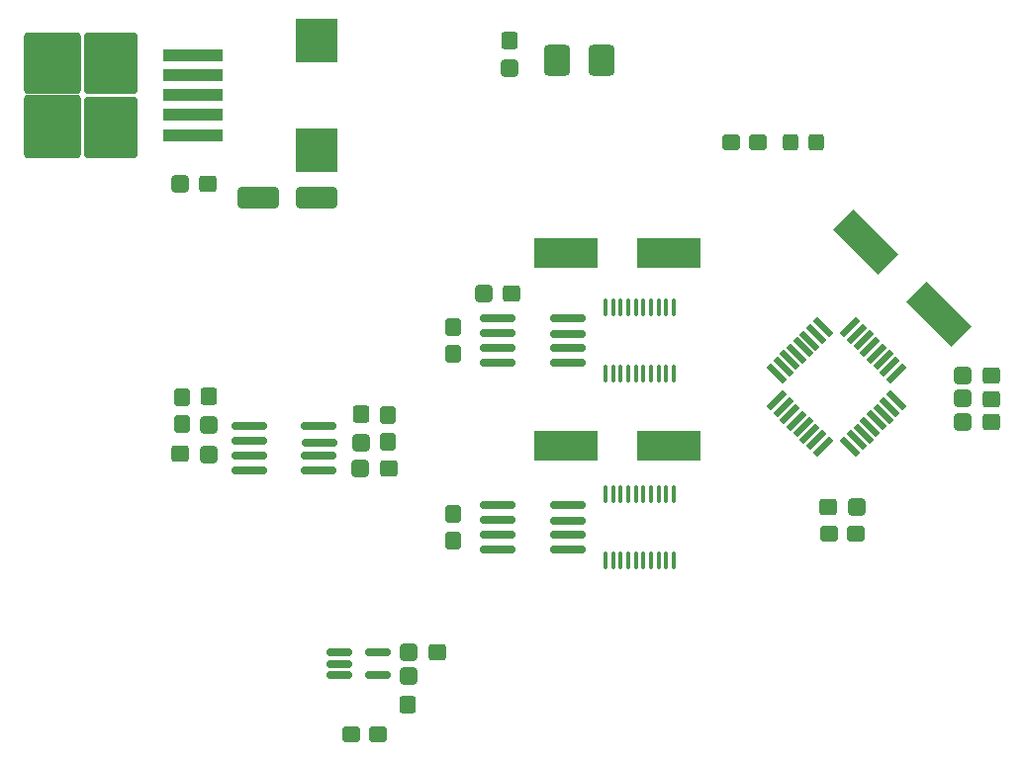
<source format=gbr>
%TF.GenerationSoftware,KiCad,Pcbnew,9.0.2*%
%TF.CreationDate,2025-09-23T15:34:19+08:00*%
%TF.ProjectId,SSRU_v3.2,53535255-5f76-4332-9e32-2e6b69636164,rev?*%
%TF.SameCoordinates,Original*%
%TF.FileFunction,Paste,Top*%
%TF.FilePolarity,Positive*%
%FSLAX46Y46*%
G04 Gerber Fmt 4.6, Leading zero omitted, Abs format (unit mm)*
G04 Created by KiCad (PCBNEW 9.0.2) date 2025-09-23 15:34:19*
%MOMM*%
%LPD*%
G01*
G04 APERTURE LIST*
G04 Aperture macros list*
%AMRoundRect*
0 Rectangle with rounded corners*
0 $1 Rounding radius*
0 $2 $3 $4 $5 $6 $7 $8 $9 X,Y pos of 4 corners*
0 Add a 4 corners polygon primitive as box body*
4,1,4,$2,$3,$4,$5,$6,$7,$8,$9,$2,$3,0*
0 Add four circle primitives for the rounded corners*
1,1,$1+$1,$2,$3*
1,1,$1+$1,$4,$5*
1,1,$1+$1,$6,$7*
1,1,$1+$1,$8,$9*
0 Add four rect primitives between the rounded corners*
20,1,$1+$1,$2,$3,$4,$5,0*
20,1,$1+$1,$4,$5,$6,$7,0*
20,1,$1+$1,$6,$7,$8,$9,0*
20,1,$1+$1,$8,$9,$2,$3,0*%
%AMRotRect*
0 Rectangle, with rotation*
0 The origin of the aperture is its center*
0 $1 length*
0 $2 width*
0 $3 Rotation angle, in degrees counterclockwise*
0 Add horizontal line*
21,1,$1,$2,0,0,$3*%
G04 Aperture macros list end*
%ADD10RoundRect,0.150000X1.350000X0.150000X-1.350000X0.150000X-1.350000X-0.150000X1.350000X-0.150000X0*%
%ADD11RoundRect,0.150000X1.337500X0.150000X-1.337500X0.150000X-1.337500X-0.150000X1.337500X-0.150000X0*%
%ADD12RoundRect,0.278125X-0.389375X0.474375X-0.389375X-0.474375X0.389375X-0.474375X0.389375X0.474375X0*%
%ADD13RoundRect,0.305575X0.460025X0.412525X-0.460025X0.412525X-0.460025X-0.412525X0.460025X-0.412525X0*%
%ADD14RoundRect,0.308511X0.457089X0.416489X-0.457089X0.416489X-0.457089X-0.416489X0.457089X-0.416489X0*%
%ADD15RoundRect,0.390352X-0.722148X-0.934648X0.722148X-0.934648X0.722148X0.934648X-0.722148X0.934648X0*%
%ADD16RoundRect,0.100000X-0.100000X0.637500X-0.100000X-0.637500X0.100000X-0.637500X0.100000X0.637500X0*%
%ADD17RoundRect,0.305575X0.412525X-0.460025X0.412525X0.460025X-0.412525X0.460025X-0.412525X-0.460025X0*%
%ADD18RoundRect,0.308511X0.416489X-0.457089X0.416489X0.457089X-0.416489X0.457089X-0.416489X-0.457089X0*%
%ADD19RoundRect,0.278125X0.474375X0.389375X-0.474375X0.389375X-0.474375X-0.389375X0.474375X-0.389375X0*%
%ADD20RoundRect,0.305575X-0.460025X-0.412525X0.460025X-0.412525X0.460025X0.412525X-0.460025X0.412525X0*%
%ADD21RoundRect,0.308511X-0.457089X-0.416489X0.457089X-0.416489X0.457089X0.416489X-0.457089X0.416489X0*%
%ADD22RoundRect,0.305575X-0.412525X0.460025X-0.412525X-0.460025X0.412525X-0.460025X0.412525X0.460025X0*%
%ADD23RoundRect,0.308511X-0.416489X0.457089X-0.416489X-0.457089X0.416489X-0.457089X0.416489X0.457089X0*%
%ADD24RoundRect,0.293478X0.381522X0.406522X-0.381522X0.406522X-0.381522X-0.406522X0.381522X-0.406522X0*%
%ADD25R,5.500000X2.500000*%
%ADD26RotRect,5.500000X2.500000X315.000000*%
%ADD27RotRect,2.000000X0.550000X225.000000*%
%ADD28RotRect,2.000000X0.550000X315.000000*%
%ADD29RotRect,2.000000X0.525000X315.000000*%
%ADD30RotRect,2.000000X0.575000X315.000000*%
%ADD31RotRect,2.000000X0.525000X225.000000*%
%ADD32RoundRect,0.278125X-0.474375X-0.389375X0.474375X-0.389375X0.474375X0.389375X-0.474375X0.389375X0*%
%ADD33RoundRect,0.250000X2.325000X0.300000X-2.325000X0.300000X-2.325000X-0.300000X2.325000X-0.300000X0*%
%ADD34RoundRect,0.250000X2.025000X2.375000X-2.025000X2.375000X-2.025000X-2.375000X2.025000X-2.375000X0*%
%ADD35RoundRect,0.266483X2.158517X2.433517X-2.158517X2.433517X-2.158517X-2.433517X2.158517X-2.433517X0*%
%ADD36RoundRect,0.266483X2.158517X2.358517X-2.158517X2.358517X-2.158517X-2.358517X2.158517X-2.358517X0*%
%ADD37RoundRect,0.162500X-0.927500X-0.162500X0.927500X-0.162500X0.927500X0.162500X-0.927500X0.162500X0*%
%ADD38RoundRect,0.250000X1.500000X0.650000X-1.500000X0.650000X-1.500000X-0.650000X1.500000X-0.650000X0*%
%ADD39R,3.600000X3.800000*%
G04 APERTURE END LIST*
D10*
%TO.C,U10*%
X158000000Y-93905000D03*
X158000000Y-92635000D03*
D11*
X158012500Y-91500000D03*
D10*
X158000000Y-90095000D03*
X152000000Y-90095000D03*
X152000000Y-91365000D03*
X152000000Y-92635000D03*
X152000000Y-93905000D03*
%TD*%
D12*
%TO.C,R1*%
X125032500Y-96847500D03*
X125032500Y-99152500D03*
%TD*%
D13*
%TO.C,C37*%
X142681200Y-103006900D03*
D14*
X140250000Y-103000000D03*
%TD*%
D15*
%TO.C,F2*%
X157112500Y-68000000D03*
X160887500Y-68000000D03*
%TD*%
D16*
%TO.C,U1*%
X167077500Y-105137500D03*
X166427500Y-105137500D03*
X165777500Y-105137500D03*
X165127500Y-105137500D03*
X164477500Y-105137500D03*
X163827500Y-105137500D03*
X163177500Y-105137500D03*
X162527500Y-105137500D03*
X161877500Y-105137500D03*
X161227500Y-105137500D03*
X161227500Y-110862500D03*
X161877500Y-110862500D03*
X162527500Y-110862500D03*
X163177500Y-110862500D03*
X163827500Y-110862500D03*
X164477500Y-110862500D03*
X165127500Y-110862500D03*
X165777500Y-110862500D03*
X166427500Y-110862500D03*
X167077500Y-110862500D03*
%TD*%
D13*
%TO.C,C3*%
X194215600Y-99006900D03*
D14*
X191784400Y-99000000D03*
%TD*%
D13*
%TO.C,C40*%
X153215600Y-88006900D03*
D14*
X150784400Y-88000000D03*
%TD*%
D17*
%TO.C,C19*%
X144333100Y-123180600D03*
D18*
X144340000Y-120749400D03*
%TD*%
D10*
%TO.C,U3*%
X136715600Y-103148100D03*
X136715600Y-101878100D03*
D11*
X136728100Y-100743100D03*
D10*
X136715600Y-99338100D03*
X130715600Y-99338100D03*
X130715600Y-100608100D03*
X130715600Y-101878100D03*
X130715600Y-103148100D03*
%TD*%
D16*
%TO.C,U6*%
X167077500Y-89137500D03*
X166427500Y-89137500D03*
X165777500Y-89137500D03*
X165127500Y-89137500D03*
X164477500Y-89137500D03*
X163827500Y-89137500D03*
X163177500Y-89137500D03*
X162527500Y-89137500D03*
X161877500Y-89137500D03*
X161227500Y-89137500D03*
X161227500Y-94862500D03*
X161877500Y-94862500D03*
X162527500Y-94862500D03*
X163177500Y-94862500D03*
X163827500Y-94862500D03*
X164477500Y-94862500D03*
X165127500Y-94862500D03*
X165777500Y-94862500D03*
X166427500Y-94862500D03*
X167077500Y-94862500D03*
%TD*%
D13*
%TO.C,C30*%
X146805600Y-118706900D03*
D14*
X144374400Y-118700000D03*
%TD*%
D19*
%TO.C,R6*%
X182652500Y-108532500D03*
X180347500Y-108532500D03*
%TD*%
D20*
%TO.C,C32*%
X124818800Y-101743100D03*
D21*
X127250000Y-101750000D03*
%TD*%
D22*
%TO.C,C12*%
X153006900Y-66284400D03*
D23*
X153000000Y-68715600D03*
%TD*%
D24*
%TO.C,D3*%
X179277500Y-75032500D03*
X177027500Y-75032500D03*
%TD*%
D22*
%TO.C,C36*%
X140296900Y-98318800D03*
D23*
X140290000Y-100750000D03*
%TD*%
D13*
%TO.C,C6*%
X127215600Y-78606900D03*
D14*
X124784400Y-78600000D03*
%TD*%
D25*
%TO.C,Y3*%
X166656719Y-100991762D03*
X157843282Y-101000000D03*
%TD*%
%TO.C,Y4*%
X166656719Y-84491762D03*
X157843282Y-84500000D03*
%TD*%
D22*
%TO.C,C31*%
X127256900Y-96784400D03*
D23*
X127250000Y-99215600D03*
%TD*%
D26*
%TO.C,Y1*%
X183508760Y-83543087D03*
X189746626Y-89769303D03*
%TD*%
D12*
%TO.C,R2*%
X142572500Y-98381900D03*
X142572500Y-100686900D03*
%TD*%
D10*
%TO.C,U12*%
X158000000Y-109905000D03*
X158000000Y-108635000D03*
D11*
X158012500Y-107500000D03*
D10*
X158000000Y-106095000D03*
X152000000Y-106095000D03*
X152000000Y-107365000D03*
X152000000Y-108635000D03*
X152000000Y-109905000D03*
%TD*%
D13*
%TO.C,C2*%
X194215600Y-95006900D03*
D14*
X191784400Y-95000000D03*
%TD*%
D27*
%TO.C,U2*%
X186126524Y-94833274D03*
X185560839Y-94267588D03*
X184995153Y-93701903D03*
X184429468Y-93136218D03*
X183863782Y-92570532D03*
X183298097Y-92004847D03*
X182732412Y-91439161D03*
X182166726Y-90873476D03*
D28*
X179833274Y-90873476D03*
D29*
X179276427Y-91430322D03*
D30*
X178693064Y-92013686D03*
D28*
X178136218Y-92570532D03*
X177570532Y-93136218D03*
X177004847Y-93701903D03*
X176439161Y-94267588D03*
X175873476Y-94833274D03*
D27*
X175873476Y-97166726D03*
X176439161Y-97732412D03*
X177004847Y-98298097D03*
D31*
X177579371Y-98872621D03*
D27*
X178136218Y-99429468D03*
X178701903Y-99995153D03*
X179267588Y-100560839D03*
X179833274Y-101126524D03*
D28*
X182166726Y-101126524D03*
X182732412Y-100560839D03*
X183298097Y-99995153D03*
X183863782Y-99429468D03*
X184429468Y-98863782D03*
X184995153Y-98298097D03*
X185560839Y-97732412D03*
X186126524Y-97166726D03*
%TD*%
D19*
%TO.C,R3*%
X141742500Y-125732500D03*
X139437500Y-125732500D03*
%TD*%
D32*
%TO.C,R38*%
X172000000Y-75000000D03*
X174305000Y-75000000D03*
%TD*%
D12*
%TO.C,R17*%
X148185000Y-90847500D03*
X148185000Y-93152500D03*
%TD*%
D33*
%TO.C,U4*%
X125925000Y-74400000D03*
X125925000Y-72700000D03*
X125925000Y-71000000D03*
D34*
X118925000Y-73775000D03*
X118925000Y-68225000D03*
D35*
X113925000Y-73700000D03*
D36*
X113925000Y-68225000D03*
D33*
X125925000Y-69300000D03*
X125925000Y-67600000D03*
%TD*%
D20*
%TO.C,C28*%
X180284400Y-106243100D03*
D21*
X182715600Y-106250000D03*
%TD*%
D37*
%TO.C,U8*%
X138430000Y-118750000D03*
X138430000Y-119700000D03*
X138430000Y-120650000D03*
X141750000Y-120650000D03*
X141750000Y-118750000D03*
%TD*%
D12*
%TO.C,R22*%
X148185000Y-106847500D03*
X148185000Y-109152500D03*
%TD*%
D38*
%TO.C,D2*%
X136500000Y-79750000D03*
X131500000Y-79750000D03*
%TD*%
D13*
%TO.C,C1*%
X194215600Y-97006900D03*
D14*
X191784400Y-97000000D03*
%TD*%
D39*
%TO.C,L1*%
X136500000Y-75700000D03*
X136500000Y-66300000D03*
%TD*%
M02*

</source>
